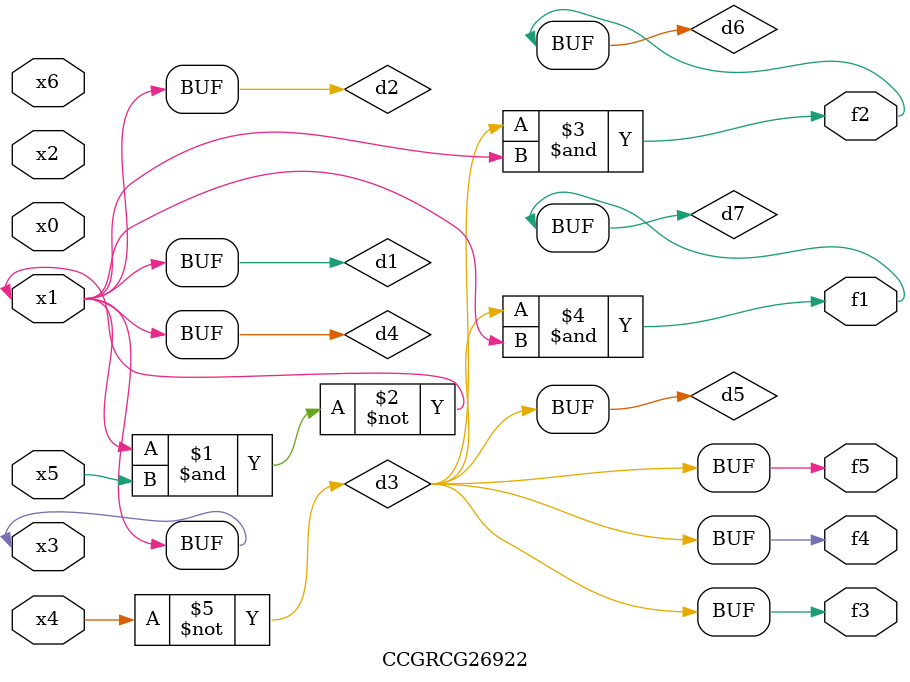
<source format=v>
module CCGRCG26922(
	input x0, x1, x2, x3, x4, x5, x6,
	output f1, f2, f3, f4, f5
);

	wire d1, d2, d3, d4, d5, d6, d7;

	buf (d1, x1, x3);
	nand (d2, x1, x5);
	not (d3, x4);
	buf (d4, d1, d2);
	buf (d5, d3);
	and (d6, d3, d4);
	and (d7, d3, d4);
	assign f1 = d7;
	assign f2 = d6;
	assign f3 = d5;
	assign f4 = d5;
	assign f5 = d5;
endmodule

</source>
